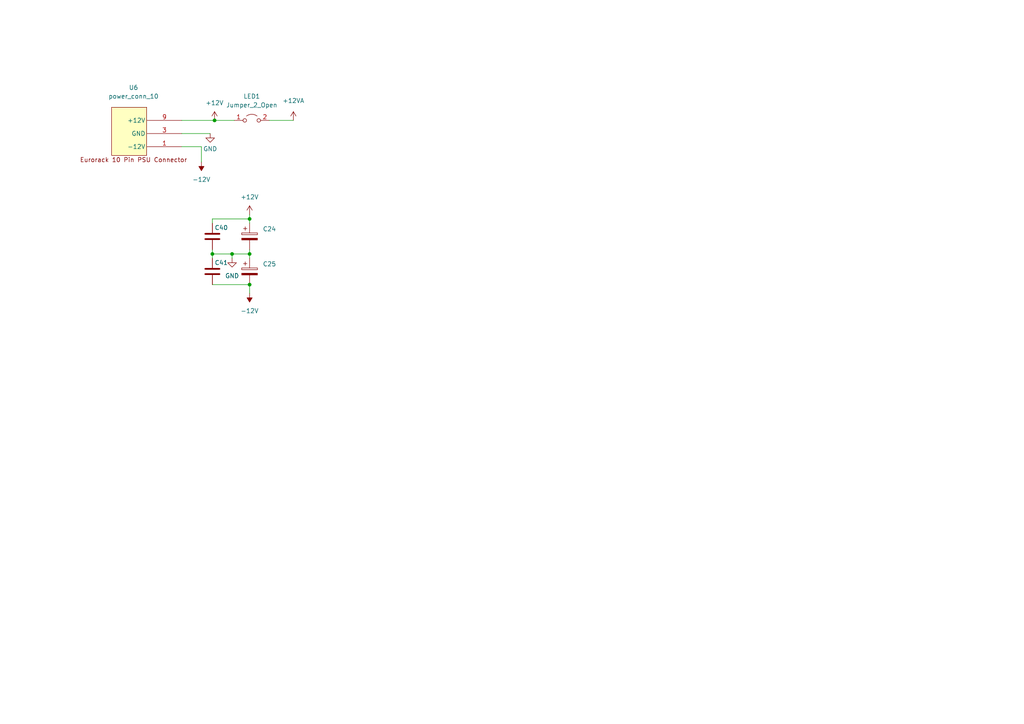
<source format=kicad_sch>
(kicad_sch (version 20211123) (generator eeschema)

  (uuid cddb8587-b792-44f6-83bb-4aacbef2657e)

  (paper "A4")

  (lib_symbols
    (symbol "Jumper:Jumper_2_Open" (pin_names (offset 0) hide) (in_bom yes) (on_board yes)
      (property "Reference" "JP" (id 0) (at 0 2.794 0)
        (effects (font (size 1.27 1.27)))
      )
      (property "Value" "Jumper_2_Open" (id 1) (at 0 -2.286 0)
        (effects (font (size 1.27 1.27)))
      )
      (property "Footprint" "" (id 2) (at 0 0 0)
        (effects (font (size 1.27 1.27)) hide)
      )
      (property "Datasheet" "~" (id 3) (at 0 0 0)
        (effects (font (size 1.27 1.27)) hide)
      )
      (property "ki_keywords" "Jumper SPST" (id 4) (at 0 0 0)
        (effects (font (size 1.27 1.27)) hide)
      )
      (property "ki_description" "Jumper, 2-pole, open" (id 5) (at 0 0 0)
        (effects (font (size 1.27 1.27)) hide)
      )
      (property "ki_fp_filters" "Jumper* TestPoint*2Pads* TestPoint*Bridge*" (id 6) (at 0 0 0)
        (effects (font (size 1.27 1.27)) hide)
      )
      (symbol "Jumper_2_Open_0_0"
        (circle (center -2.032 0) (radius 0.508)
          (stroke (width 0) (type default) (color 0 0 0 0))
          (fill (type none))
        )
        (circle (center 2.032 0) (radius 0.508)
          (stroke (width 0) (type default) (color 0 0 0 0))
          (fill (type none))
        )
      )
      (symbol "Jumper_2_Open_0_1"
        (arc (start 1.524 1.27) (mid 0 1.778) (end -1.524 1.27)
          (stroke (width 0) (type default) (color 0 0 0 0))
          (fill (type none))
        )
      )
      (symbol "Jumper_2_Open_1_1"
        (pin passive line (at -5.08 0 0) (length 2.54)
          (name "A" (effects (font (size 1.27 1.27))))
          (number "1" (effects (font (size 1.27 1.27))))
        )
        (pin passive line (at 5.08 0 180) (length 2.54)
          (name "B" (effects (font (size 1.27 1.27))))
          (number "2" (effects (font (size 1.27 1.27))))
        )
      )
    )
    (symbol "eurorack:C-100nF-0805" (pin_numbers hide) (pin_names (offset 0.254)) (in_bom yes) (on_board yes)
      (property "Reference" "C" (id 0) (at 0.635 2.54 0)
        (effects (font (size 1.27 1.27)) (justify left))
      )
      (property "Value" "C-100nF-0805" (id 1) (at 0.635 -2.54 0)
        (effects (font (size 1.27 1.27)) (justify left))
      )
      (property "Footprint" "Capacitor_SMD:C_0805_2012Metric_Pad1.18x1.45mm_HandSolder" (id 2) (at 0.9652 -3.81 0)
        (effects (font (size 1.27 1.27)) hide)
      )
      (property "Datasheet" "https://secure.reichelt.com/at/en/smd-multilayer-ceramic-capacitor-100-n-10--x7r-g0805-100n-p31879.html?&nbc=1" (id 3) (at 0 0 0)
        (effects (font (size 1.27 1.27)) hide)
      )
      (property "ki_keywords" "cap capacitor" (id 4) (at 0 0 0)
        (effects (font (size 1.27 1.27)) hide)
      )
      (property "ki_description" "Unpolarized capacitor" (id 5) (at 0 0 0)
        (effects (font (size 1.27 1.27)) hide)
      )
      (property "ki_fp_filters" "C_*" (id 6) (at 0 0 0)
        (effects (font (size 1.27 1.27)) hide)
      )
      (symbol "C-100nF-0805_0_1"
        (polyline
          (pts
            (xy -2.032 -0.762)
            (xy 2.032 -0.762)
          )
          (stroke (width 0.508) (type default) (color 0 0 0 0))
          (fill (type none))
        )
        (polyline
          (pts
            (xy -2.032 0.762)
            (xy 2.032 0.762)
          )
          (stroke (width 0.508) (type default) (color 0 0 0 0))
          (fill (type none))
        )
      )
      (symbol "C-100nF-0805_1_1"
        (pin passive line (at 0 3.81 270) (length 2.794)
          (name "~" (effects (font (size 1.27 1.27))))
          (number "1" (effects (font (size 1.27 1.27))))
        )
        (pin passive line (at 0 -3.81 90) (length 2.794)
          (name "~" (effects (font (size 1.27 1.27))))
          (number "2" (effects (font (size 1.27 1.27))))
        )
      )
    )
    (symbol "eurorack:C-Pol-10uF-TAN" (pin_numbers hide) (pin_names (offset 0.254)) (in_bom yes) (on_board yes)
      (property "Reference" "C" (id 0) (at 0.635 2.54 0)
        (effects (font (size 1.27 1.27)) (justify left))
      )
      (property "Value" "C-Pol-10uF-TAN" (id 1) (at 0.635 -2.54 0)
        (effects (font (size 1.27 1.27)) (justify left))
      )
      (property "Footprint" "Capacitor_Tantalum_SMD:CP_EIA-6032-28_Kemet-C" (id 2) (at 0.9652 -3.81 0)
        (effects (font (size 1.27 1.27)) hide)
      )
      (property "Datasheet" "https://www.reichelt.at/at/de/smd-tantal-kondensator-10-f-25v-tps-6032-10-25-p167056.html?r=1" (id 3) (at 0 0 0)
        (effects (font (size 1.27 1.27)) hide)
      )
      (property "ki_keywords" "cap capacitor" (id 4) (at 0 0 0)
        (effects (font (size 1.27 1.27)) hide)
      )
      (property "ki_description" "Polarized capacitor" (id 5) (at 0 0 0)
        (effects (font (size 1.27 1.27)) hide)
      )
      (property "ki_fp_filters" "CP_*" (id 6) (at 0 0 0)
        (effects (font (size 1.27 1.27)) hide)
      )
      (symbol "C-Pol-10uF-TAN_0_1"
        (rectangle (start -2.286 0.508) (end 2.286 1.016)
          (stroke (width 0) (type default) (color 0 0 0 0))
          (fill (type none))
        )
        (polyline
          (pts
            (xy -1.778 2.286)
            (xy -0.762 2.286)
          )
          (stroke (width 0) (type default) (color 0 0 0 0))
          (fill (type none))
        )
        (polyline
          (pts
            (xy -1.27 2.794)
            (xy -1.27 1.778)
          )
          (stroke (width 0) (type default) (color 0 0 0 0))
          (fill (type none))
        )
        (rectangle (start 2.286 -0.508) (end -2.286 -1.016)
          (stroke (width 0) (type default) (color 0 0 0 0))
          (fill (type outline))
        )
      )
      (symbol "C-Pol-10uF-TAN_1_1"
        (pin passive line (at 0 3.81 270) (length 2.794)
          (name "~" (effects (font (size 1.27 1.27))))
          (number "1" (effects (font (size 1.27 1.27))))
        )
        (pin passive line (at 0 -3.81 90) (length 2.794)
          (name "~" (effects (font (size 1.27 1.27))))
          (number "2" (effects (font (size 1.27 1.27))))
        )
      )
    )
    (symbol "eurorack:power_conn_10" (in_bom yes) (on_board yes)
      (property "Reference" "U" (id 0) (at 0 6.35 0)
        (effects (font (size 1.27 1.27)))
      )
      (property "Value" "power_conn_10" (id 1) (at 0 3.81 0)
        (effects (font (size 1.27 1.27)))
      )
      (property "Footprint" "eurorack:power_10" (id 2) (at 2.54 -16.51 0)
        (effects (font (size 1.27 1.27)) hide)
      )
      (property "Datasheet" "" (id 3) (at 0 0 0)
        (effects (font (size 1.27 1.27)) hide)
      )
      (symbol "power_conn_10_0_0"
        (text "Eurorack 10 Pin PSU Connector" (at 1.27 -13.97 0)
          (effects (font (size 1.27 1.27)))
        )
        (pin passive line (at 15.24 -2.54 180) (length 10) hide
          (name "+12V" (effects (font (size 1.27 1.27))))
          (number "10" (effects (font (size 1.27 1.27))))
        )
        (pin passive line (at 15.24 -10.16 180) (length 10) hide
          (name "-12V" (effects (font (size 1.27 1.27))))
          (number "2" (effects (font (size 1.27 1.27))))
        )
        (pin passive line (at 15.24 -6.35 180) (length 10) hide
          (name "GND" (effects (font (size 1.27 1.27))))
          (number "4" (effects (font (size 1.27 1.27))))
        )
        (pin passive line (at 15.24 -6.35 180) (length 10) hide
          (name "GND" (effects (font (size 1.27 1.27))))
          (number "5" (effects (font (size 1.27 1.27))))
        )
        (pin passive line (at 15.24 -6.35 180) (length 10) hide
          (name "GND" (effects (font (size 1.27 1.27))))
          (number "6" (effects (font (size 1.27 1.27))))
        )
        (pin passive line (at 15.24 -6.35 180) (length 10) hide
          (name "GND" (effects (font (size 1.27 1.27))))
          (number "7" (effects (font (size 1.27 1.27))))
        )
        (pin passive line (at 15.24 -6.35 180) (length 10) hide
          (name "GND" (effects (font (size 1.27 1.27))))
          (number "8" (effects (font (size 1.27 1.27))))
        )
      )
      (symbol "power_conn_10_0_1"
        (rectangle (start -5.08 1.27) (end 5.08 -12.7)
          (stroke (width 0) (type default) (color 0 0 0 0))
          (fill (type background))
        )
      )
      (symbol "power_conn_10_1_1"
        (pin passive line (at 15.24 -10.16 180) (length 10)
          (name "-12V" (effects (font (size 1.27 1.27))))
          (number "1" (effects (font (size 1.27 1.27))))
        )
        (pin passive line (at 15.24 -6.35 180) (length 10)
          (name "GND" (effects (font (size 1.27 1.27))))
          (number "3" (effects (font (size 1.27 1.27))))
        )
        (pin passive line (at 15.24 -2.54 180) (length 10)
          (name "+12V" (effects (font (size 1.27 1.27))))
          (number "9" (effects (font (size 1.27 1.27))))
        )
      )
    )
    (symbol "power:+12V" (power) (pin_names (offset 0)) (in_bom yes) (on_board yes)
      (property "Reference" "#PWR" (id 0) (at 0 -3.81 0)
        (effects (font (size 1.27 1.27)) hide)
      )
      (property "Value" "+12V" (id 1) (at 0 3.556 0)
        (effects (font (size 1.27 1.27)))
      )
      (property "Footprint" "" (id 2) (at 0 0 0)
        (effects (font (size 1.27 1.27)) hide)
      )
      (property "Datasheet" "" (id 3) (at 0 0 0)
        (effects (font (size 1.27 1.27)) hide)
      )
      (property "ki_keywords" "power-flag" (id 4) (at 0 0 0)
        (effects (font (size 1.27 1.27)) hide)
      )
      (property "ki_description" "Power symbol creates a global label with name \"+12V\"" (id 5) (at 0 0 0)
        (effects (font (size 1.27 1.27)) hide)
      )
      (symbol "+12V_0_1"
        (polyline
          (pts
            (xy -0.762 1.27)
            (xy 0 2.54)
          )
          (stroke (width 0) (type default) (color 0 0 0 0))
          (fill (type none))
        )
        (polyline
          (pts
            (xy 0 0)
            (xy 0 2.54)
          )
          (stroke (width 0) (type default) (color 0 0 0 0))
          (fill (type none))
        )
        (polyline
          (pts
            (xy 0 2.54)
            (xy 0.762 1.27)
          )
          (stroke (width 0) (type default) (color 0 0 0 0))
          (fill (type none))
        )
      )
      (symbol "+12V_1_1"
        (pin power_in line (at 0 0 90) (length 0) hide
          (name "+12V" (effects (font (size 1.27 1.27))))
          (number "1" (effects (font (size 1.27 1.27))))
        )
      )
    )
    (symbol "power:+12VA" (power) (pin_names (offset 0)) (in_bom yes) (on_board yes)
      (property "Reference" "#PWR" (id 0) (at 0 -3.81 0)
        (effects (font (size 1.27 1.27)) hide)
      )
      (property "Value" "+12VA" (id 1) (at 0 3.556 0)
        (effects (font (size 1.27 1.27)))
      )
      (property "Footprint" "" (id 2) (at 0 0 0)
        (effects (font (size 1.27 1.27)) hide)
      )
      (property "Datasheet" "" (id 3) (at 0 0 0)
        (effects (font (size 1.27 1.27)) hide)
      )
      (property "ki_keywords" "power-flag" (id 4) (at 0 0 0)
        (effects (font (size 1.27 1.27)) hide)
      )
      (property "ki_description" "Power symbol creates a global label with name \"+12VA\"" (id 5) (at 0 0 0)
        (effects (font (size 1.27 1.27)) hide)
      )
      (symbol "+12VA_0_1"
        (polyline
          (pts
            (xy -0.762 1.27)
            (xy 0 2.54)
          )
          (stroke (width 0) (type default) (color 0 0 0 0))
          (fill (type none))
        )
        (polyline
          (pts
            (xy 0 0)
            (xy 0 2.54)
          )
          (stroke (width 0) (type default) (color 0 0 0 0))
          (fill (type none))
        )
        (polyline
          (pts
            (xy 0 2.54)
            (xy 0.762 1.27)
          )
          (stroke (width 0) (type default) (color 0 0 0 0))
          (fill (type none))
        )
      )
      (symbol "+12VA_1_1"
        (pin power_in line (at 0 0 90) (length 0) hide
          (name "+12VA" (effects (font (size 1.27 1.27))))
          (number "1" (effects (font (size 1.27 1.27))))
        )
      )
    )
    (symbol "power:-12V" (power) (pin_names (offset 0)) (in_bom yes) (on_board yes)
      (property "Reference" "#PWR" (id 0) (at 0 2.54 0)
        (effects (font (size 1.27 1.27)) hide)
      )
      (property "Value" "-12V" (id 1) (at 0 3.81 0)
        (effects (font (size 1.27 1.27)))
      )
      (property "Footprint" "" (id 2) (at 0 0 0)
        (effects (font (size 1.27 1.27)) hide)
      )
      (property "Datasheet" "" (id 3) (at 0 0 0)
        (effects (font (size 1.27 1.27)) hide)
      )
      (property "ki_keywords" "power-flag" (id 4) (at 0 0 0)
        (effects (font (size 1.27 1.27)) hide)
      )
      (property "ki_description" "Power symbol creates a global label with name \"-12V\"" (id 5) (at 0 0 0)
        (effects (font (size 1.27 1.27)) hide)
      )
      (symbol "-12V_0_0"
        (pin power_in line (at 0 0 90) (length 0) hide
          (name "-12V" (effects (font (size 1.27 1.27))))
          (number "1" (effects (font (size 1.27 1.27))))
        )
      )
      (symbol "-12V_0_1"
        (polyline
          (pts
            (xy 0 0)
            (xy 0 1.27)
            (xy 0.762 1.27)
            (xy 0 2.54)
            (xy -0.762 1.27)
            (xy 0 1.27)
          )
          (stroke (width 0) (type default) (color 0 0 0 0))
          (fill (type outline))
        )
      )
    )
    (symbol "power:GND" (power) (pin_names (offset 0)) (in_bom yes) (on_board yes)
      (property "Reference" "#PWR" (id 0) (at 0 -6.35 0)
        (effects (font (size 1.27 1.27)) hide)
      )
      (property "Value" "GND" (id 1) (at 0 -3.81 0)
        (effects (font (size 1.27 1.27)))
      )
      (property "Footprint" "" (id 2) (at 0 0 0)
        (effects (font (size 1.27 1.27)) hide)
      )
      (property "Datasheet" "" (id 3) (at 0 0 0)
        (effects (font (size 1.27 1.27)) hide)
      )
      (property "ki_keywords" "power-flag" (id 4) (at 0 0 0)
        (effects (font (size 1.27 1.27)) hide)
      )
      (property "ki_description" "Power symbol creates a global label with name \"GND\" , ground" (id 5) (at 0 0 0)
        (effects (font (size 1.27 1.27)) hide)
      )
      (symbol "GND_0_1"
        (polyline
          (pts
            (xy 0 0)
            (xy 0 -1.27)
            (xy 1.27 -1.27)
            (xy 0 -2.54)
            (xy -1.27 -1.27)
            (xy 0 -1.27)
          )
          (stroke (width 0) (type default) (color 0 0 0 0))
          (fill (type none))
        )
      )
      (symbol "GND_1_1"
        (pin power_in line (at 0 0 270) (length 0) hide
          (name "GND" (effects (font (size 1.27 1.27))))
          (number "1" (effects (font (size 1.27 1.27))))
        )
      )
    )
  )

  (junction (at 72.39 63.5) (diameter 0) (color 0 0 0 0)
    (uuid 2a0136fc-86e6-4b71-982f-a774b9546f6b)
  )
  (junction (at 72.39 82.55) (diameter 0) (color 0 0 0 0)
    (uuid 526aef7e-a998-46c5-8ff8-88092cf5bb9c)
  )
  (junction (at 67.31 73.66) (diameter 0) (color 0 0 0 0)
    (uuid 960d8bb0-8600-487c-b359-c96ffe890855)
  )
  (junction (at 72.39 73.66) (diameter 0) (color 0 0 0 0)
    (uuid bb6faeea-5952-4478-8ae6-e2ec832a7569)
  )
  (junction (at 61.595 73.66) (diameter 0) (color 0 0 0 0)
    (uuid e71dcc19-06a6-4f64-8312-411d569fb17f)
  )
  (junction (at 62.23 34.925) (diameter 0) (color 0 0 0 0)
    (uuid fb3acf62-197f-45f5-af3e-90db6126a374)
  )

  (wire (pts (xy 72.39 63.5) (xy 72.39 64.77))
    (stroke (width 0) (type default) (color 0 0 0 0))
    (uuid 025d0853-e849-4dab-beb7-34fb71e88fcf)
  )
  (wire (pts (xy 61.595 82.55) (xy 72.39 82.55))
    (stroke (width 0) (type default) (color 0 0 0 0))
    (uuid 03aef816-b77c-437b-acfe-45adbe627482)
  )
  (wire (pts (xy 72.39 73.66) (xy 72.39 74.93))
    (stroke (width 0) (type default) (color 0 0 0 0))
    (uuid 15a59e42-4e21-46a9-9efb-e86b0aa55b99)
  )
  (wire (pts (xy 61.595 63.5) (xy 72.39 63.5))
    (stroke (width 0) (type default) (color 0 0 0 0))
    (uuid 1793dbec-8ea2-410c-ada5-843e1483dda1)
  )
  (wire (pts (xy 61.595 72.39) (xy 61.595 73.66))
    (stroke (width 0) (type default) (color 0 0 0 0))
    (uuid 1ddf8785-4719-496c-9222-be10a3d5bcc5)
  )
  (wire (pts (xy 61.595 73.66) (xy 61.595 74.93))
    (stroke (width 0) (type default) (color 0 0 0 0))
    (uuid 2c1a745c-e935-4a0c-8b07-094be311cd69)
  )
  (wire (pts (xy 67.31 74.93) (xy 67.31 73.66))
    (stroke (width 0) (type default) (color 0 0 0 0))
    (uuid 2e3e939e-d1e3-4766-a0b9-ecd8537ce912)
  )
  (wire (pts (xy 78.105 34.925) (xy 85.09 34.925))
    (stroke (width 0) (type default) (color 0 0 0 0))
    (uuid 33174891-8785-40b2-a9f4-b2fa3cc8a158)
  )
  (wire (pts (xy 52.705 38.735) (xy 60.96 38.735))
    (stroke (width 0) (type default) (color 0 0 0 0))
    (uuid 3a89afc5-b420-4035-9d9e-ba6eb7ed160c)
  )
  (wire (pts (xy 62.23 34.925) (xy 67.945 34.925))
    (stroke (width 0) (type default) (color 0 0 0 0))
    (uuid 41dd7c47-fe65-48fa-ae37-00f67ac7f839)
  )
  (wire (pts (xy 72.39 62.23) (xy 72.39 63.5))
    (stroke (width 0) (type default) (color 0 0 0 0))
    (uuid 49046d56-ecc8-4eff-9b09-94c624718f4b)
  )
  (wire (pts (xy 72.39 72.39) (xy 72.39 73.66))
    (stroke (width 0) (type default) (color 0 0 0 0))
    (uuid 575b6be6-c0a0-47ac-912a-b5ff3f605489)
  )
  (wire (pts (xy 72.39 82.55) (xy 72.39 85.09))
    (stroke (width 0) (type default) (color 0 0 0 0))
    (uuid 6697bd97-d9ff-4bae-a1ad-b5fbdd2c8892)
  )
  (wire (pts (xy 52.705 42.545) (xy 58.42 42.545))
    (stroke (width 0) (type default) (color 0 0 0 0))
    (uuid 77b433e7-ea3d-4289-9395-189667cc3cc7)
  )
  (wire (pts (xy 67.31 73.66) (xy 72.39 73.66))
    (stroke (width 0) (type default) (color 0 0 0 0))
    (uuid a2c76289-576b-4b1b-b7bf-097e5d56a092)
  )
  (wire (pts (xy 61.595 64.77) (xy 61.595 63.5))
    (stroke (width 0) (type default) (color 0 0 0 0))
    (uuid b0ef45d1-f05a-49d1-93ce-be0649bda63e)
  )
  (wire (pts (xy 61.595 73.66) (xy 67.31 73.66))
    (stroke (width 0) (type default) (color 0 0 0 0))
    (uuid ddfe9171-c432-491b-a3cf-9fd4f8382b3f)
  )
  (wire (pts (xy 52.705 34.925) (xy 62.23 34.925))
    (stroke (width 0) (type default) (color 0 0 0 0))
    (uuid df81c4e6-dfee-4e7a-b5d2-26e7b8648e19)
  )
  (wire (pts (xy 58.42 42.545) (xy 58.42 46.99))
    (stroke (width 0) (type default) (color 0 0 0 0))
    (uuid ee60a061-1c60-44b4-927e-90867efd0d5d)
  )

  (symbol (lib_id "eurorack:C-Pol-10uF-TAN") (at 72.39 68.58 0) (unit 1)
    (in_bom yes) (on_board yes) (fields_autoplaced)
    (uuid 176f5890-fa87-445d-a5eb-8d285f6782ca)
    (property "Reference" "C24" (id 0) (at 76.2 66.4209 0)
      (effects (font (size 1.27 1.27)) (justify left))
    )
    (property "Value" "" (id 1) (at 76.2 68.9609 0)
      (effects (font (size 1.27 1.27)) (justify left))
    )
    (property "Footprint" "" (id 2) (at 73.3552 72.39 0)
      (effects (font (size 1.27 1.27)) hide)
    )
    (property "Datasheet" "https://www.reichelt.at/at/de/smd-tantal-kondensator-10-f-25v-tps-6032-10-25-p167056.html?r=1" (id 3) (at 72.39 68.58 0)
      (effects (font (size 1.27 1.27)) hide)
    )
    (pin "1" (uuid bcec29ee-7351-4b50-94f1-ca6e280ce8f5))
    (pin "2" (uuid f80f6b03-21d3-48e3-a5bb-18d3b268519c))
  )

  (symbol (lib_id "Jumper:Jumper_2_Open") (at 73.025 34.925 0) (unit 1)
    (in_bom yes) (on_board yes) (fields_autoplaced)
    (uuid 2255aa01-2cf9-47b6-a35a-aebdf60eadd3)
    (property "Reference" "LED1" (id 0) (at 73.025 27.94 0))
    (property "Value" "Jumper_2_Open" (id 1) (at 73.025 30.48 0))
    (property "Footprint" "Connector_PinHeader_2.54mm:PinHeader_1x02_P2.54mm_Vertical" (id 2) (at 73.025 34.925 0)
      (effects (font (size 1.27 1.27)) hide)
    )
    (property "Datasheet" "~" (id 3) (at 73.025 34.925 0)
      (effects (font (size 1.27 1.27)) hide)
    )
    (pin "1" (uuid 68bc88e7-37ac-449f-a760-9c04b9bf7d8b))
    (pin "2" (uuid 67df6690-5286-46d0-8c94-1f4950dfbe1c))
  )

  (symbol (lib_id "eurorack:C-Pol-10uF-TAN") (at 72.39 78.74 0) (unit 1)
    (in_bom yes) (on_board yes) (fields_autoplaced)
    (uuid 37f200f9-d47d-4193-b313-0b39d00ccfb3)
    (property "Reference" "C25" (id 0) (at 76.2 76.5809 0)
      (effects (font (size 1.27 1.27)) (justify left))
    )
    (property "Value" "" (id 1) (at 76.2 79.1209 0)
      (effects (font (size 1.27 1.27)) (justify left))
    )
    (property "Footprint" "" (id 2) (at 73.3552 82.55 0)
      (effects (font (size 1.27 1.27)) hide)
    )
    (property "Datasheet" "https://www.reichelt.at/at/de/smd-tantal-kondensator-10-f-25v-tps-6032-10-25-p167056.html?r=1" (id 3) (at 72.39 78.74 0)
      (effects (font (size 1.27 1.27)) hide)
    )
    (pin "1" (uuid dcf2fd8a-9876-4d68-8a63-7005853cba79))
    (pin "2" (uuid 2b7fffb3-f7cb-4cff-8881-6bfec987bda6))
  )

  (symbol (lib_id "power:+12V") (at 72.39 62.23 0) (unit 1)
    (in_bom yes) (on_board yes) (fields_autoplaced)
    (uuid 8ac53db2-d6e6-4bae-90d5-f1663d2ec3f8)
    (property "Reference" "#PWR0116" (id 0) (at 72.39 66.04 0)
      (effects (font (size 1.27 1.27)) hide)
    )
    (property "Value" "" (id 1) (at 72.39 57.15 0))
    (property "Footprint" "" (id 2) (at 72.39 62.23 0)
      (effects (font (size 1.27 1.27)) hide)
    )
    (property "Datasheet" "" (id 3) (at 72.39 62.23 0)
      (effects (font (size 1.27 1.27)) hide)
    )
    (pin "1" (uuid b56d8d99-51f0-4043-a127-1f5068d073cc))
  )

  (symbol (lib_id "power:-12V") (at 72.39 85.09 180) (unit 1)
    (in_bom yes) (on_board yes) (fields_autoplaced)
    (uuid 8e1fc2a4-6bc8-4cac-90b8-f11a9ab0fe25)
    (property "Reference" "#PWR0118" (id 0) (at 72.39 87.63 0)
      (effects (font (size 1.27 1.27)) hide)
    )
    (property "Value" "" (id 1) (at 72.39 90.17 0))
    (property "Footprint" "" (id 2) (at 72.39 85.09 0)
      (effects (font (size 1.27 1.27)) hide)
    )
    (property "Datasheet" "" (id 3) (at 72.39 85.09 0)
      (effects (font (size 1.27 1.27)) hide)
    )
    (pin "1" (uuid 8e65008b-230e-47ed-9592-2bc7b9c3a93a))
  )

  (symbol (lib_id "power:GND") (at 60.96 38.735 0) (unit 1)
    (in_bom yes) (on_board yes) (fields_autoplaced)
    (uuid 937895b2-5ca8-4752-94c7-d0c154a59ebf)
    (property "Reference" "#PWR079" (id 0) (at 60.96 45.085 0)
      (effects (font (size 1.27 1.27)) hide)
    )
    (property "Value" "" (id 1) (at 60.96 43.18 0))
    (property "Footprint" "" (id 2) (at 60.96 38.735 0)
      (effects (font (size 1.27 1.27)) hide)
    )
    (property "Datasheet" "" (id 3) (at 60.96 38.735 0)
      (effects (font (size 1.27 1.27)) hide)
    )
    (pin "1" (uuid a31b616e-2b55-4311-96a4-aa0b249b9912))
  )

  (symbol (lib_id "power:GND") (at 67.31 74.93 0) (unit 1)
    (in_bom yes) (on_board yes) (fields_autoplaced)
    (uuid a36b1143-6afb-42b8-af03-718868cb1657)
    (property "Reference" "#PWR0117" (id 0) (at 67.31 81.28 0)
      (effects (font (size 1.27 1.27)) hide)
    )
    (property "Value" "" (id 1) (at 67.31 80.01 0))
    (property "Footprint" "" (id 2) (at 67.31 74.93 0)
      (effects (font (size 1.27 1.27)) hide)
    )
    (property "Datasheet" "" (id 3) (at 67.31 74.93 0)
      (effects (font (size 1.27 1.27)) hide)
    )
    (pin "1" (uuid db65a967-d32e-40f9-b3f8-86dda9be5fea))
  )

  (symbol (lib_id "power:+12V") (at 62.23 34.925 0) (unit 1)
    (in_bom yes) (on_board yes) (fields_autoplaced)
    (uuid c5fc2c58-21e2-4f25-8c8f-aa3e34314e8b)
    (property "Reference" "#PWR077" (id 0) (at 62.23 38.735 0)
      (effects (font (size 1.27 1.27)) hide)
    )
    (property "Value" "" (id 1) (at 62.23 29.845 0))
    (property "Footprint" "" (id 2) (at 62.23 34.925 0)
      (effects (font (size 1.27 1.27)) hide)
    )
    (property "Datasheet" "" (id 3) (at 62.23 34.925 0)
      (effects (font (size 1.27 1.27)) hide)
    )
    (pin "1" (uuid b242f04a-261f-4ec9-986a-c6f0e4f0a23a))
  )

  (symbol (lib_id "power:+12VA") (at 85.09 34.925 0) (unit 1)
    (in_bom yes) (on_board yes) (fields_autoplaced)
    (uuid d24ad395-28e0-4401-83fa-8aa624be0801)
    (property "Reference" "#PWR0128" (id 0) (at 85.09 38.735 0)
      (effects (font (size 1.27 1.27)) hide)
    )
    (property "Value" "+12VA" (id 1) (at 85.09 29.21 0))
    (property "Footprint" "" (id 2) (at 85.09 34.925 0)
      (effects (font (size 1.27 1.27)) hide)
    )
    (property "Datasheet" "" (id 3) (at 85.09 34.925 0)
      (effects (font (size 1.27 1.27)) hide)
    )
    (pin "1" (uuid 88c67b19-2d02-4d5a-b887-68727f10dbfd))
  )

  (symbol (lib_id "power:-12V") (at 58.42 46.99 180) (unit 1)
    (in_bom yes) (on_board yes) (fields_autoplaced)
    (uuid d70df1d4-55f1-4a69-b683-20b792952e85)
    (property "Reference" "#PWR078" (id 0) (at 58.42 49.53 0)
      (effects (font (size 1.27 1.27)) hide)
    )
    (property "Value" "" (id 1) (at 58.42 52.07 0))
    (property "Footprint" "" (id 2) (at 58.42 46.99 0)
      (effects (font (size 1.27 1.27)) hide)
    )
    (property "Datasheet" "" (id 3) (at 58.42 46.99 0)
      (effects (font (size 1.27 1.27)) hide)
    )
    (pin "1" (uuid 31f7a17f-55e8-4863-912b-27cfc43b1a91))
  )

  (symbol (lib_id "eurorack:C-100nF-0805") (at 61.595 68.58 0) (unit 1)
    (in_bom yes) (on_board yes)
    (uuid e2feb5f4-c402-4be0-9aef-8abe5bd61cb9)
    (property "Reference" "C40" (id 0) (at 62.23 66.04 0)
      (effects (font (size 1.27 1.27)) (justify left))
    )
    (property "Value" "" (id 1) (at 58.42 76.2 90)
      (effects (font (size 1.27 1.27)) (justify left))
    )
    (property "Footprint" "" (id 2) (at 62.5602 72.39 0)
      (effects (font (size 1.27 1.27)) hide)
    )
    (property "Datasheet" "https://secure.reichelt.com/at/en/smd-multilayer-ceramic-capacitor-100-n-10--x7r-g0805-100n-p31879.html?&nbc=1" (id 3) (at 61.595 68.58 0)
      (effects (font (size 1.27 1.27)) hide)
    )
    (pin "1" (uuid e876f97a-0351-4e5d-8b9d-e0d3a816b7a3))
    (pin "2" (uuid eb171a47-b079-4f33-a8e1-5a01226af30b))
  )

  (symbol (lib_id "eurorack:C-100nF-0805") (at 61.595 78.74 0) (unit 1)
    (in_bom yes) (on_board yes)
    (uuid e9be1003-4580-491d-b0d0-ad7937633c54)
    (property "Reference" "C41" (id 0) (at 62.23 76.2 0)
      (effects (font (size 1.27 1.27)) (justify left))
    )
    (property "Value" "" (id 1) (at 58.42 93.345 90)
      (effects (font (size 1.27 1.27)) (justify left))
    )
    (property "Footprint" "" (id 2) (at 62.5602 82.55 0)
      (effects (font (size 1.27 1.27)) hide)
    )
    (property "Datasheet" "https://secure.reichelt.com/at/en/smd-multilayer-ceramic-capacitor-100-n-10--x7r-g0805-100n-p31879.html?&nbc=1" (id 3) (at 61.595 78.74 0)
      (effects (font (size 1.27 1.27)) hide)
    )
    (pin "1" (uuid 1bd50daa-3c2e-4383-90e1-d70f9acd3392))
    (pin "2" (uuid c9918a67-ad63-47c4-a485-6fed1cc1c12d))
  )

  (symbol (lib_id "eurorack:power_conn_10") (at 37.465 32.385 0) (unit 1)
    (in_bom yes) (on_board yes) (fields_autoplaced)
    (uuid f67ad5c3-9bc4-4160-9a9a-c57fe7a46d3e)
    (property "Reference" "U6" (id 0) (at 38.735 25.4 0))
    (property "Value" "power_conn_10" (id 1) (at 38.735 27.94 0))
    (property "Footprint" "eurorack:power_10" (id 2) (at 40.005 48.895 0)
      (effects (font (size 1.27 1.27)) hide)
    )
    (property "Datasheet" "" (id 3) (at 37.465 32.385 0)
      (effects (font (size 1.27 1.27)) hide)
    )
    (pin "10" (uuid 0d73bf6f-ef14-473b-bfae-c148ecf4a4b8))
    (pin "2" (uuid 0336d61e-9259-49c1-a6b5-9d659898d325))
    (pin "4" (uuid cdad5c56-1bb6-4cd6-90e5-b15520320c2a))
    (pin "5" (uuid 7bfd181d-cd8c-4adc-98a1-4537deb1f228))
    (pin "6" (uuid 1192492b-fe25-4bf9-b120-1869d3f9c0fe))
    (pin "7" (uuid b8c51df5-307e-472e-9276-1c46f9253d92))
    (pin "8" (uuid 2f1fb956-366a-4991-8549-05e48fc2e07a))
    (pin "1" (uuid a04f34d2-667b-416d-8a84-ea717c1ff127))
    (pin "3" (uuid 4397d5f8-6ed9-4b91-bf0f-fcb5eb3faf1c))
    (pin "9" (uuid 10b94bbd-3179-4e0e-8975-d02223202900))
  )
)

</source>
